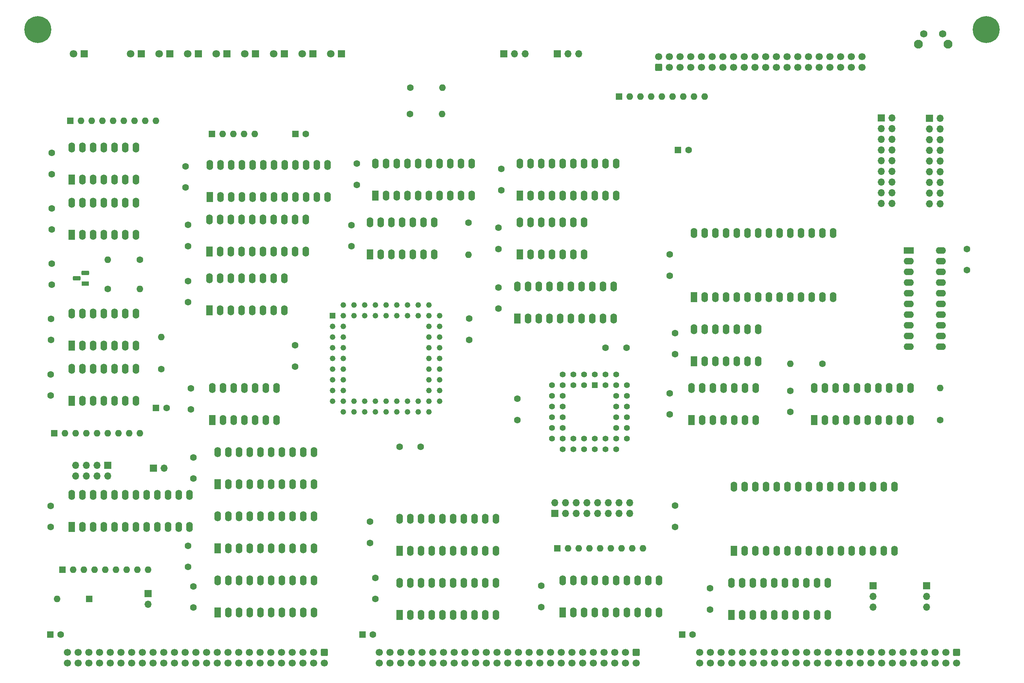
<source format=gbr>
%TF.GenerationSoftware,KiCad,Pcbnew,(6.0.11)*%
%TF.CreationDate,2024-10-27T22:59:13-05:00*%
%TF.ProjectId,processor.80C188,70726f63-6573-4736-9f72-2e3830433138,v0.7*%
%TF.SameCoordinates,Original*%
%TF.FileFunction,Soldermask,Bot*%
%TF.FilePolarity,Negative*%
%FSLAX46Y46*%
G04 Gerber Fmt 4.6, Leading zero omitted, Abs format (unit mm)*
G04 Created by KiCad (PCBNEW (6.0.11)) date 2024-10-27 22:59:13*
%MOMM*%
%LPD*%
G01*
G04 APERTURE LIST*
G04 Aperture macros list*
%AMRoundRect*
0 Rectangle with rounded corners*
0 $1 Rounding radius*
0 $2 $3 $4 $5 $6 $7 $8 $9 X,Y pos of 4 corners*
0 Add a 4 corners polygon primitive as box body*
4,1,4,$2,$3,$4,$5,$6,$7,$8,$9,$2,$3,0*
0 Add four circle primitives for the rounded corners*
1,1,$1+$1,$2,$3*
1,1,$1+$1,$4,$5*
1,1,$1+$1,$6,$7*
1,1,$1+$1,$8,$9*
0 Add four rect primitives between the rounded corners*
20,1,$1+$1,$2,$3,$4,$5,0*
20,1,$1+$1,$4,$5,$6,$7,0*
20,1,$1+$1,$6,$7,$8,$9,0*
20,1,$1+$1,$8,$9,$2,$3,0*%
G04 Aperture macros list end*
%ADD10RoundRect,0.250000X-0.600000X0.600000X-0.600000X-0.600000X0.600000X-0.600000X0.600000X0.600000X0*%
%ADD11C,1.700000*%
%ADD12C,1.600000*%
%ADD13R,1.600000X1.600000*%
%ADD14R,1.800000X1.800000*%
%ADD15C,1.800000*%
%ADD16O,1.600000X1.600000*%
%ADD17R,1.600000X2.400000*%
%ADD18O,1.600000X2.400000*%
%ADD19C,6.400000*%
%ADD20R,1.800000X1.100000*%
%ADD21RoundRect,0.275000X0.625000X-0.275000X0.625000X0.275000X-0.625000X0.275000X-0.625000X-0.275000X0*%
%ADD22RoundRect,0.250000X0.600000X-0.600000X0.600000X0.600000X-0.600000X0.600000X-0.600000X-0.600000X0*%
%ADD23R,1.422400X1.422400*%
%ADD24C,1.422400*%
%ADD25R,1.320800X1.320800*%
%ADD26C,1.320800*%
%ADD27C,2.100000*%
%ADD28C,1.750000*%
%ADD29R,1.700000X1.700000*%
%ADD30O,1.700000X1.700000*%
%ADD31R,2.400000X1.600000*%
%ADD32O,2.400000X1.600000*%
G04 APERTURE END LIST*
D10*
%TO.C,P1*%
X108000000Y-223000000D03*
D11*
X108000000Y-225540000D03*
X105460000Y-223000000D03*
X105460000Y-225540000D03*
X102920000Y-223000000D03*
X102920000Y-225540000D03*
X100380000Y-223000000D03*
X100380000Y-225540000D03*
X97840000Y-223000000D03*
X97840000Y-225540000D03*
X95300000Y-223000000D03*
X95300000Y-225540000D03*
X92760000Y-223000000D03*
X92760000Y-225540000D03*
X90220000Y-223000000D03*
X90220000Y-225540000D03*
X87680000Y-223000000D03*
X87680000Y-225540000D03*
X85140000Y-223000000D03*
X85140000Y-225540000D03*
X82600000Y-223000000D03*
X82600000Y-225540000D03*
X80060000Y-223000000D03*
X80060000Y-225540000D03*
X77520000Y-223000000D03*
X77520000Y-225540000D03*
X74980000Y-223000000D03*
X74980000Y-225540000D03*
X72440000Y-223000000D03*
X72440000Y-225540000D03*
X69900000Y-223000000D03*
X69900000Y-225540000D03*
X67360000Y-223000000D03*
X67360000Y-225540000D03*
X64820000Y-223000000D03*
X64820000Y-225540000D03*
X62280000Y-223000000D03*
X62280000Y-225540000D03*
X59740000Y-223000000D03*
X59740000Y-225540000D03*
X57200000Y-223000000D03*
X57200000Y-225540000D03*
X54660000Y-223000000D03*
X54660000Y-225540000D03*
X52120000Y-223000000D03*
X52120000Y-225540000D03*
X49580000Y-223000000D03*
X49580000Y-225540000D03*
X47040000Y-223000000D03*
X47040000Y-225540000D03*
%TD*%
D12*
%TO.C,C2*%
X142315000Y-143680000D03*
X142315000Y-148680000D03*
%TD*%
%TO.C,C3*%
X43255000Y-130605000D03*
X43255000Y-135605000D03*
%TD*%
%TO.C,C4*%
X174700000Y-150625000D03*
X179700000Y-150625000D03*
%TD*%
%TO.C,C5*%
X75640000Y-197655000D03*
X75640000Y-202655000D03*
%TD*%
%TO.C,C6*%
X43000000Y-156900000D03*
X43000000Y-161900000D03*
%TD*%
%TO.C,C8*%
X159460000Y-207180000D03*
X159460000Y-212180000D03*
%TD*%
%TO.C,C9*%
X125845000Y-174120000D03*
X130845000Y-174120000D03*
%TD*%
%TO.C,C10*%
X76910000Y-207270000D03*
X76910000Y-212270000D03*
%TD*%
%TO.C,C11*%
X43255000Y-117457500D03*
X43255000Y-122457500D03*
%TD*%
%TO.C,C14*%
X149300000Y-122090000D03*
X149300000Y-127090000D03*
%TD*%
%TO.C,C15*%
X149330000Y-136305000D03*
X149330000Y-141305000D03*
%TD*%
D13*
%TO.C,C25*%
X42929600Y-218750000D03*
D12*
X45429600Y-218750000D03*
%TD*%
D13*
%TO.C,C26*%
X68019900Y-164900000D03*
D12*
X70519900Y-164900000D03*
%TD*%
%TO.C,C17*%
X189940000Y-128440000D03*
X189940000Y-133440000D03*
%TD*%
%TO.C,C20*%
X120090000Y-205315000D03*
X120090000Y-210315000D03*
%TD*%
%TO.C,C21*%
X76910000Y-176660000D03*
X76910000Y-181660000D03*
%TD*%
%TO.C,C22*%
X75640000Y-134750000D03*
X75640000Y-139750000D03*
%TD*%
%TO.C,C23*%
X153745000Y-167730000D03*
X153745000Y-162730000D03*
%TD*%
D13*
%TO.C,C27*%
X117000000Y-218750000D03*
D12*
X119500000Y-218750000D03*
%TD*%
D13*
%TO.C,C28*%
X192884700Y-218750000D03*
D12*
X195384700Y-218750000D03*
%TD*%
D13*
%TO.C,C29*%
X191909900Y-103635000D03*
D12*
X194409900Y-103635000D03*
%TD*%
D14*
%TO.C,D4*%
X64544000Y-80775000D03*
D15*
X62004000Y-80775000D03*
%TD*%
D13*
%TO.C,D6*%
X52145000Y-210315000D03*
D16*
X44525000Y-210315000D03*
%TD*%
D14*
%TO.C,D2*%
X71326000Y-80775000D03*
D15*
X68786000Y-80775000D03*
%TD*%
D12*
%TO.C,R5*%
X69290000Y-155705000D03*
D16*
X69290000Y-148085000D03*
%TD*%
D17*
%TO.C,U4*%
X48000000Y-163200000D03*
D18*
X50540000Y-163200000D03*
X53080000Y-163200000D03*
X55620000Y-163200000D03*
X58160000Y-163200000D03*
X60700000Y-163200000D03*
X63240000Y-163200000D03*
X63240000Y-155580000D03*
X60700000Y-155580000D03*
X58160000Y-155580000D03*
X55620000Y-155580000D03*
X53080000Y-155580000D03*
X50540000Y-155580000D03*
X48000000Y-155580000D03*
%TD*%
D17*
%TO.C,U6*%
X82630000Y-198240000D03*
D18*
X85170000Y-198240000D03*
X87710000Y-198240000D03*
X90250000Y-198240000D03*
X92790000Y-198240000D03*
X95330000Y-198240000D03*
X97870000Y-198240000D03*
X100410000Y-198240000D03*
X102950000Y-198240000D03*
X105490000Y-198240000D03*
X105490000Y-190620000D03*
X102950000Y-190620000D03*
X100410000Y-190620000D03*
X97870000Y-190620000D03*
X95330000Y-190620000D03*
X92790000Y-190620000D03*
X90250000Y-190620000D03*
X87710000Y-190620000D03*
X85170000Y-190620000D03*
X82630000Y-190620000D03*
%TD*%
D17*
%TO.C,U8*%
X164540000Y-213480000D03*
D18*
X167080000Y-213480000D03*
X169620000Y-213480000D03*
X172160000Y-213480000D03*
X174700000Y-213480000D03*
X177240000Y-213480000D03*
X179780000Y-213480000D03*
X182320000Y-213480000D03*
X184860000Y-213480000D03*
X187400000Y-213480000D03*
X187400000Y-205860000D03*
X184860000Y-205860000D03*
X182320000Y-205860000D03*
X179780000Y-205860000D03*
X177240000Y-205860000D03*
X174700000Y-205860000D03*
X172160000Y-205860000D03*
X169620000Y-205860000D03*
X167080000Y-205860000D03*
X164540000Y-205860000D03*
%TD*%
D17*
%TO.C,U15*%
X48000000Y-193200000D03*
D18*
X50540000Y-193200000D03*
X53080000Y-193200000D03*
X55620000Y-193200000D03*
X58160000Y-193200000D03*
X60700000Y-193200000D03*
X63240000Y-193200000D03*
X65780000Y-193200000D03*
X68320000Y-193200000D03*
X70860000Y-193200000D03*
X73400000Y-193200000D03*
X75940000Y-193200000D03*
X75940000Y-185580000D03*
X73400000Y-185580000D03*
X70860000Y-185580000D03*
X68320000Y-185580000D03*
X65780000Y-185580000D03*
X63240000Y-185580000D03*
X60700000Y-185580000D03*
X58160000Y-185580000D03*
X55620000Y-185580000D03*
X53080000Y-185580000D03*
X50540000Y-185580000D03*
X48000000Y-185580000D03*
%TD*%
D17*
%TO.C,U1*%
X48000000Y-150052500D03*
D18*
X50540000Y-150052500D03*
X53080000Y-150052500D03*
X55620000Y-150052500D03*
X58160000Y-150052500D03*
X60700000Y-150052500D03*
X63240000Y-150052500D03*
X63240000Y-142432500D03*
X60700000Y-142432500D03*
X58160000Y-142432500D03*
X55620000Y-142432500D03*
X53080000Y-142432500D03*
X50540000Y-142432500D03*
X48000000Y-142432500D03*
%TD*%
D10*
%TO.C,P2*%
X182000000Y-223000000D03*
D11*
X182000000Y-225540000D03*
X179460000Y-223000000D03*
X179460000Y-225540000D03*
X176920000Y-223000000D03*
X176920000Y-225540000D03*
X174380000Y-223000000D03*
X174380000Y-225540000D03*
X171840000Y-223000000D03*
X171840000Y-225540000D03*
X169300000Y-223000000D03*
X169300000Y-225540000D03*
X166760000Y-223000000D03*
X166760000Y-225540000D03*
X164220000Y-223000000D03*
X164220000Y-225540000D03*
X161680000Y-223000000D03*
X161680000Y-225540000D03*
X159140000Y-223000000D03*
X159140000Y-225540000D03*
X156600000Y-223000000D03*
X156600000Y-225540000D03*
X154060000Y-223000000D03*
X154060000Y-225540000D03*
X151520000Y-223000000D03*
X151520000Y-225540000D03*
X148980000Y-223000000D03*
X148980000Y-225540000D03*
X146440000Y-223000000D03*
X146440000Y-225540000D03*
X143900000Y-223000000D03*
X143900000Y-225540000D03*
X141360000Y-223000000D03*
X141360000Y-225540000D03*
X138820000Y-223000000D03*
X138820000Y-225540000D03*
X136280000Y-223000000D03*
X136280000Y-225540000D03*
X133740000Y-223000000D03*
X133740000Y-225540000D03*
X131200000Y-223000000D03*
X131200000Y-225540000D03*
X128660000Y-223000000D03*
X128660000Y-225540000D03*
X126120000Y-223000000D03*
X126120000Y-225540000D03*
X123580000Y-223000000D03*
X123580000Y-225540000D03*
X121040000Y-223000000D03*
X121040000Y-225540000D03*
%TD*%
D19*
%TO.C,H2*%
X265000000Y-75000000D03*
%TD*%
D13*
%TO.C,RN1*%
X43875000Y-170945000D03*
D16*
X46415000Y-170945000D03*
X48955000Y-170945000D03*
X51495000Y-170945000D03*
X54035000Y-170945000D03*
X56575000Y-170945000D03*
X59115000Y-170945000D03*
X61655000Y-170945000D03*
X64195000Y-170945000D03*
%TD*%
D17*
%TO.C,U11*%
X204550000Y-214115000D03*
D18*
X207090000Y-214115000D03*
X209630000Y-214115000D03*
X212170000Y-214115000D03*
X214710000Y-214115000D03*
X217250000Y-214115000D03*
X219790000Y-214115000D03*
X222330000Y-214115000D03*
X224870000Y-214115000D03*
X227410000Y-214115000D03*
X227410000Y-206495000D03*
X224870000Y-206495000D03*
X222330000Y-206495000D03*
X219790000Y-206495000D03*
X217250000Y-206495000D03*
X214710000Y-206495000D03*
X212170000Y-206495000D03*
X209630000Y-206495000D03*
X207090000Y-206495000D03*
X204550000Y-206495000D03*
%TD*%
D12*
%TO.C,C19*%
X43000000Y-188200000D03*
X43000000Y-193200000D03*
%TD*%
%TO.C,C18*%
X43125000Y-143752500D03*
X43125000Y-148752500D03*
%TD*%
%TO.C,C12*%
X76275000Y-160230000D03*
X76275000Y-165230000D03*
%TD*%
%TO.C,C16*%
X199465000Y-207775000D03*
X199465000Y-212775000D03*
%TD*%
D17*
%TO.C,U3*%
X80725000Y-127755000D03*
D18*
X83265000Y-127755000D03*
X85805000Y-127755000D03*
X88345000Y-127755000D03*
X90885000Y-127755000D03*
X93425000Y-127755000D03*
X95965000Y-127755000D03*
X98505000Y-127755000D03*
X101045000Y-127755000D03*
X103585000Y-127755000D03*
X103585000Y-120135000D03*
X101045000Y-120135000D03*
X98505000Y-120135000D03*
X95965000Y-120135000D03*
X93425000Y-120135000D03*
X90885000Y-120135000D03*
X88345000Y-120135000D03*
X85805000Y-120135000D03*
X83265000Y-120135000D03*
X80725000Y-120135000D03*
%TD*%
D19*
%TO.C,H1*%
X40000000Y-75000000D03*
%TD*%
D14*
%TO.C,D7*%
X50980000Y-80775000D03*
D15*
X48440000Y-80775000D03*
%TD*%
D10*
%TO.C,P3*%
X258000000Y-223000000D03*
D11*
X258000000Y-225540000D03*
X255460000Y-223000000D03*
X255460000Y-225540000D03*
X252920000Y-223000000D03*
X252920000Y-225540000D03*
X250380000Y-223000000D03*
X250380000Y-225540000D03*
X247840000Y-223000000D03*
X247840000Y-225540000D03*
X245300000Y-223000000D03*
X245300000Y-225540000D03*
X242760000Y-223000000D03*
X242760000Y-225540000D03*
X240220000Y-223000000D03*
X240220000Y-225540000D03*
X237680000Y-223000000D03*
X237680000Y-225540000D03*
X235140000Y-223000000D03*
X235140000Y-225540000D03*
X232600000Y-223000000D03*
X232600000Y-225540000D03*
X230060000Y-223000000D03*
X230060000Y-225540000D03*
X227520000Y-223000000D03*
X227520000Y-225540000D03*
X224980000Y-223000000D03*
X224980000Y-225540000D03*
X222440000Y-223000000D03*
X222440000Y-225540000D03*
X219900000Y-223000000D03*
X219900000Y-225540000D03*
X217360000Y-223000000D03*
X217360000Y-225540000D03*
X214820000Y-223000000D03*
X214820000Y-225540000D03*
X212280000Y-223000000D03*
X212280000Y-225540000D03*
X209740000Y-223000000D03*
X209740000Y-225540000D03*
X207200000Y-223000000D03*
X207200000Y-225540000D03*
X204660000Y-223000000D03*
X204660000Y-225540000D03*
X202120000Y-223000000D03*
X202120000Y-225540000D03*
X199580000Y-223000000D03*
X199580000Y-225540000D03*
X197040000Y-223000000D03*
X197040000Y-225540000D03*
%TD*%
D20*
%TO.C,U13*%
X51275000Y-135385000D03*
D21*
X49205000Y-134115000D03*
X51275000Y-132845000D03*
%TD*%
D12*
%TO.C,C36*%
X149935000Y-108120000D03*
X149935000Y-113120000D03*
%TD*%
%TO.C,C38*%
X114380000Y-121455000D03*
X114380000Y-126455000D03*
%TD*%
D13*
%TO.C,C46*%
X101104900Y-99825000D03*
D12*
X103604900Y-99825000D03*
%TD*%
D17*
%TO.C,U19*%
X153750000Y-143630000D03*
D18*
X156290000Y-143630000D03*
X158830000Y-143630000D03*
X161370000Y-143630000D03*
X163910000Y-143630000D03*
X166450000Y-143630000D03*
X168990000Y-143630000D03*
X171530000Y-143630000D03*
X174070000Y-143630000D03*
X176610000Y-143630000D03*
X176610000Y-136010000D03*
X174070000Y-136010000D03*
X171530000Y-136010000D03*
X168990000Y-136010000D03*
X166450000Y-136010000D03*
X163910000Y-136010000D03*
X161370000Y-136010000D03*
X158830000Y-136010000D03*
X156290000Y-136010000D03*
X153750000Y-136010000D03*
%TD*%
D14*
%TO.C,D9*%
X84890000Y-80775000D03*
D15*
X82350000Y-80775000D03*
%TD*%
D13*
%TO.C,RN4*%
X45795000Y-203330000D03*
D16*
X48335000Y-203330000D03*
X50875000Y-203330000D03*
X53415000Y-203330000D03*
X55955000Y-203330000D03*
X58495000Y-203330000D03*
X61035000Y-203330000D03*
X63575000Y-203330000D03*
X66115000Y-203330000D03*
%TD*%
D22*
%TO.C,J11*%
X187350000Y-83917500D03*
D11*
X187350000Y-81377500D03*
X189890000Y-83917500D03*
X189890000Y-81377500D03*
X192430000Y-83917500D03*
X192430000Y-81377500D03*
X194970000Y-83917500D03*
X194970000Y-81377500D03*
X197510000Y-83917500D03*
X197510000Y-81377500D03*
X200050000Y-83917500D03*
X200050000Y-81377500D03*
X202590000Y-83917500D03*
X202590000Y-81377500D03*
X205130000Y-83917500D03*
X205130000Y-81377500D03*
X207670000Y-83917500D03*
X207670000Y-81377500D03*
X210210000Y-83917500D03*
X210210000Y-81377500D03*
X212750000Y-83917500D03*
X212750000Y-81377500D03*
X215290000Y-83917500D03*
X215290000Y-81377500D03*
X217830000Y-83917500D03*
X217830000Y-81377500D03*
X220370000Y-83917500D03*
X220370000Y-81377500D03*
X222910000Y-83917500D03*
X222910000Y-81377500D03*
X225450000Y-83917500D03*
X225450000Y-81377500D03*
X227990000Y-83917500D03*
X227990000Y-81377500D03*
X230530000Y-83917500D03*
X230530000Y-81377500D03*
X233070000Y-83917500D03*
X233070000Y-81377500D03*
X235610000Y-83917500D03*
X235610000Y-81377500D03*
%TD*%
D13*
%TO.C,RN5*%
X177875000Y-90935000D03*
D16*
X180415000Y-90935000D03*
X182955000Y-90935000D03*
X185495000Y-90935000D03*
X188035000Y-90935000D03*
X190575000Y-90935000D03*
X193115000Y-90935000D03*
X195655000Y-90935000D03*
X198195000Y-90935000D03*
%TD*%
D17*
%TO.C,U31*%
X154385000Y-114420000D03*
D18*
X156925000Y-114420000D03*
X159465000Y-114420000D03*
X162005000Y-114420000D03*
X164545000Y-114420000D03*
X167085000Y-114420000D03*
X169625000Y-114420000D03*
X172165000Y-114420000D03*
X174705000Y-114420000D03*
X177245000Y-114420000D03*
X177245000Y-106800000D03*
X174705000Y-106800000D03*
X172165000Y-106800000D03*
X169625000Y-106800000D03*
X167085000Y-106800000D03*
X164545000Y-106800000D03*
X162005000Y-106800000D03*
X159465000Y-106800000D03*
X156925000Y-106800000D03*
X154385000Y-106800000D03*
%TD*%
D17*
%TO.C,U33*%
X120095000Y-114420000D03*
D18*
X122635000Y-114420000D03*
X125175000Y-114420000D03*
X127715000Y-114420000D03*
X130255000Y-114420000D03*
X132795000Y-114420000D03*
X135335000Y-114420000D03*
X137875000Y-114420000D03*
X140415000Y-114420000D03*
X142955000Y-114420000D03*
X142955000Y-106800000D03*
X140415000Y-106800000D03*
X137875000Y-106800000D03*
X135335000Y-106800000D03*
X132795000Y-106800000D03*
X130255000Y-106800000D03*
X127715000Y-106800000D03*
X125175000Y-106800000D03*
X122635000Y-106800000D03*
X120095000Y-106800000D03*
%TD*%
D23*
%TO.C,U20*%
X172160000Y-159515000D03*
D24*
X169620000Y-156975000D03*
X169620000Y-159515000D03*
X167080000Y-156975000D03*
X167080000Y-159515000D03*
X164540000Y-156975000D03*
X162000000Y-159515000D03*
X164540000Y-159515000D03*
X162000000Y-162055000D03*
X164540000Y-162055000D03*
X162000000Y-164595000D03*
X164540000Y-164595000D03*
X162000000Y-167135000D03*
X164540000Y-167135000D03*
X162000000Y-169675000D03*
X164540000Y-169675000D03*
X162000000Y-172215000D03*
X164540000Y-174755000D03*
X164540000Y-172215000D03*
X167080000Y-174755000D03*
X167080000Y-172215000D03*
X169620000Y-174755000D03*
X169620000Y-172215000D03*
X172160000Y-174755000D03*
X172160000Y-172215000D03*
X174700000Y-174755000D03*
X174700000Y-172215000D03*
X177240000Y-174755000D03*
X179780000Y-172215000D03*
X177240000Y-172215000D03*
X179780000Y-169675000D03*
X177240000Y-169675000D03*
X179780000Y-167135000D03*
X177240000Y-167135000D03*
X179780000Y-164595000D03*
X177240000Y-164595000D03*
X179780000Y-162055000D03*
X177240000Y-162055000D03*
X179780000Y-159515000D03*
X177240000Y-156975000D03*
X177240000Y-159515000D03*
X174700000Y-156975000D03*
X174700000Y-159515000D03*
X172160000Y-156975000D03*
%TD*%
D12*
%TO.C,C37*%
X118820000Y-191940000D03*
X118820000Y-196940000D03*
%TD*%
D17*
%TO.C,U9*%
X81350000Y-167760000D03*
D18*
X83890000Y-167760000D03*
X86430000Y-167760000D03*
X88970000Y-167760000D03*
X91510000Y-167760000D03*
X94050000Y-167760000D03*
X96590000Y-167760000D03*
X96590000Y-160140000D03*
X94050000Y-160140000D03*
X91510000Y-160140000D03*
X88970000Y-160140000D03*
X86430000Y-160140000D03*
X83890000Y-160140000D03*
X81350000Y-160140000D03*
%TD*%
D17*
%TO.C,U10*%
X125810000Y-214115000D03*
D18*
X128350000Y-214115000D03*
X130890000Y-214115000D03*
X133430000Y-214115000D03*
X135970000Y-214115000D03*
X138510000Y-214115000D03*
X141050000Y-214115000D03*
X143590000Y-214115000D03*
X146130000Y-214115000D03*
X148670000Y-214115000D03*
X148670000Y-206495000D03*
X146130000Y-206495000D03*
X143590000Y-206495000D03*
X141050000Y-206495000D03*
X138510000Y-206495000D03*
X135970000Y-206495000D03*
X133430000Y-206495000D03*
X130890000Y-206495000D03*
X128350000Y-206495000D03*
X125810000Y-206495000D03*
%TD*%
D25*
%TO.C,U12*%
X109930000Y-143005000D03*
D26*
X112470000Y-143005000D03*
X109930000Y-145545000D03*
X112470000Y-145545000D03*
X109930000Y-148085000D03*
X112470000Y-148085000D03*
X109930000Y-150625000D03*
X112470000Y-150625000D03*
X109930000Y-153165000D03*
X112470000Y-153165000D03*
X109930000Y-155705000D03*
X112470000Y-155705000D03*
X109930000Y-158245000D03*
X112470000Y-158245000D03*
X109930000Y-160785000D03*
X112470000Y-160785000D03*
X109930000Y-163325000D03*
X112470000Y-165865000D03*
X112470000Y-163325000D03*
X115010000Y-165865000D03*
X115010000Y-163325000D03*
X117550000Y-165865000D03*
X117550000Y-163325000D03*
X120090000Y-165865000D03*
X120090000Y-163325000D03*
X122630000Y-165865000D03*
X122630000Y-163325000D03*
X125170000Y-165865000D03*
X125170000Y-163325000D03*
X127710000Y-165865000D03*
X127710000Y-163325000D03*
X130250000Y-165865000D03*
X130250000Y-163325000D03*
X132790000Y-165865000D03*
X135330000Y-163325000D03*
X132790000Y-163325000D03*
X135330000Y-160785000D03*
X132790000Y-160785000D03*
X135330000Y-158245000D03*
X132790000Y-158245000D03*
X135330000Y-155705000D03*
X132790000Y-155705000D03*
X135330000Y-153165000D03*
X132790000Y-153165000D03*
X135330000Y-150625000D03*
X132790000Y-150625000D03*
X135330000Y-148085000D03*
X132790000Y-148085000D03*
X135330000Y-145545000D03*
X132790000Y-145545000D03*
X135330000Y-143005000D03*
X132790000Y-140465000D03*
X132790000Y-143005000D03*
X130250000Y-140465000D03*
X130250000Y-143005000D03*
X127710000Y-140465000D03*
X127710000Y-143005000D03*
X125170000Y-140465000D03*
X125170000Y-143005000D03*
X122630000Y-140465000D03*
X122630000Y-143005000D03*
X120090000Y-140465000D03*
X120090000Y-143005000D03*
X117550000Y-140465000D03*
X117550000Y-143005000D03*
X115010000Y-140465000D03*
X115010000Y-143005000D03*
X112470000Y-140465000D03*
%TD*%
D12*
%TO.C,C30*%
X191210000Y-188130000D03*
X191210000Y-193130000D03*
%TD*%
%TO.C,C31*%
X115660000Y-106850000D03*
X115660000Y-111850000D03*
%TD*%
%TO.C,C32*%
X101040000Y-150030000D03*
X101040000Y-155030000D03*
%TD*%
%TO.C,C33*%
X75005000Y-107485000D03*
X75005000Y-112485000D03*
%TD*%
%TO.C,C34*%
X43255000Y-104310000D03*
X43255000Y-109310000D03*
%TD*%
%TO.C,C35*%
X260425000Y-132155400D03*
X260425000Y-127155400D03*
%TD*%
D17*
%TO.C,U14*%
X82630000Y-213480000D03*
D18*
X85170000Y-213480000D03*
X87710000Y-213480000D03*
X90250000Y-213480000D03*
X92790000Y-213480000D03*
X95330000Y-213480000D03*
X97870000Y-213480000D03*
X100410000Y-213480000D03*
X102950000Y-213480000D03*
X105490000Y-213480000D03*
X105490000Y-205860000D03*
X102950000Y-205860000D03*
X100410000Y-205860000D03*
X97870000Y-205860000D03*
X95330000Y-205860000D03*
X92790000Y-205860000D03*
X90250000Y-205860000D03*
X87710000Y-205860000D03*
X85170000Y-205860000D03*
X82630000Y-205860000D03*
%TD*%
D17*
%TO.C,U2*%
X118815000Y-128390000D03*
D18*
X121355000Y-128390000D03*
X123895000Y-128390000D03*
X126435000Y-128390000D03*
X128975000Y-128390000D03*
X131515000Y-128390000D03*
X134055000Y-128390000D03*
X134055000Y-120770000D03*
X131515000Y-120770000D03*
X128975000Y-120770000D03*
X126435000Y-120770000D03*
X123895000Y-120770000D03*
X121355000Y-120770000D03*
X118815000Y-120770000D03*
%TD*%
D27*
%TO.C,SW1*%
X255985000Y-78452500D03*
X248975000Y-78452500D03*
D28*
X250225000Y-75962500D03*
X254725000Y-75962500D03*
%TD*%
D12*
%TO.C,C39*%
X75640000Y-121415000D03*
X75640000Y-126415000D03*
%TD*%
D17*
%TO.C,U18*%
X195080000Y-167735000D03*
D18*
X197620000Y-167735000D03*
X200160000Y-167735000D03*
X202700000Y-167735000D03*
X205240000Y-167735000D03*
X207780000Y-167735000D03*
X210320000Y-167735000D03*
X210320000Y-160115000D03*
X207780000Y-160115000D03*
X205240000Y-160115000D03*
X202700000Y-160115000D03*
X200160000Y-160115000D03*
X197620000Y-160115000D03*
X195080000Y-160115000D03*
%TD*%
D12*
%TO.C,C13*%
X189940000Y-161420000D03*
X189940000Y-166420000D03*
%TD*%
%TO.C,C24*%
X191195000Y-147100000D03*
X191195000Y-152100000D03*
%TD*%
%TO.C,R6*%
X128268800Y-95049800D03*
D16*
X135888800Y-95049800D03*
%TD*%
D12*
%TO.C,R9*%
X64210000Y-129670000D03*
D16*
X56590000Y-129670000D03*
%TD*%
D17*
%TO.C,U22*%
X125810000Y-198875000D03*
D18*
X128350000Y-198875000D03*
X130890000Y-198875000D03*
X133430000Y-198875000D03*
X135970000Y-198875000D03*
X138510000Y-198875000D03*
X141050000Y-198875000D03*
X143590000Y-198875000D03*
X146130000Y-198875000D03*
X148670000Y-198875000D03*
X148670000Y-191255000D03*
X146130000Y-191255000D03*
X143590000Y-191255000D03*
X141050000Y-191255000D03*
X138510000Y-191255000D03*
X135970000Y-191255000D03*
X133430000Y-191255000D03*
X130890000Y-191255000D03*
X128350000Y-191255000D03*
X125810000Y-191255000D03*
%TD*%
D14*
%TO.C,D10*%
X98454000Y-80775000D03*
D15*
X95914000Y-80775000D03*
%TD*%
D29*
%TO.C,JP1*%
X67380000Y-179200000D03*
D30*
X69920000Y-179200000D03*
%TD*%
D29*
%TO.C,J7*%
X240105000Y-96015000D03*
D30*
X242645000Y-96015000D03*
X240105000Y-98555000D03*
X242645000Y-98555000D03*
X240105000Y-101095000D03*
X242645000Y-101095000D03*
X240105000Y-103635000D03*
X242645000Y-103635000D03*
X240105000Y-106175000D03*
X242645000Y-106175000D03*
X240105000Y-108715000D03*
X242645000Y-108715000D03*
X240105000Y-111255000D03*
X242645000Y-111255000D03*
X240105000Y-113795000D03*
X242645000Y-113795000D03*
X240105000Y-116335000D03*
X242645000Y-116335000D03*
%TD*%
D12*
%TO.C,R3*%
X254075000Y-167770000D03*
D16*
X254075000Y-160150000D03*
%TD*%
D29*
%TO.C,J3*%
X163285000Y-80705000D03*
D30*
X165825000Y-80705000D03*
X168365000Y-80705000D03*
%TD*%
D17*
%TO.C,U17*%
X82630000Y-183000000D03*
D18*
X85170000Y-183000000D03*
X87710000Y-183000000D03*
X90250000Y-183000000D03*
X92790000Y-183000000D03*
X95330000Y-183000000D03*
X97870000Y-183000000D03*
X100410000Y-183000000D03*
X102950000Y-183000000D03*
X105490000Y-183000000D03*
X105490000Y-175380000D03*
X102950000Y-175380000D03*
X100410000Y-175380000D03*
X97870000Y-175380000D03*
X95330000Y-175380000D03*
X92790000Y-175380000D03*
X90250000Y-175380000D03*
X87710000Y-175380000D03*
X85170000Y-175380000D03*
X82630000Y-175380000D03*
%TD*%
D29*
%TO.C,J1*%
X162635000Y-189995000D03*
D30*
X162635000Y-187455000D03*
X165175000Y-189995000D03*
X165175000Y-187455000D03*
X167715000Y-189995000D03*
X167715000Y-187455000D03*
X170255000Y-189995000D03*
X170255000Y-187455000D03*
X172795000Y-189995000D03*
X172795000Y-187455000D03*
X175335000Y-189995000D03*
X175335000Y-187455000D03*
X177875000Y-189995000D03*
X177875000Y-187455000D03*
X180415000Y-189995000D03*
X180415000Y-187455000D03*
%TD*%
D29*
%TO.C,JP4*%
X56590000Y-178565000D03*
D30*
X56590000Y-181105000D03*
X54050000Y-178565000D03*
X54050000Y-181105000D03*
X51510000Y-178565000D03*
X51510000Y-181105000D03*
X48970000Y-178565000D03*
X48970000Y-181105000D03*
%TD*%
D17*
%TO.C,U27*%
X224235000Y-167760000D03*
D18*
X226775000Y-167760000D03*
X229315000Y-167760000D03*
X231855000Y-167760000D03*
X234395000Y-167760000D03*
X236935000Y-167760000D03*
X239475000Y-167760000D03*
X242015000Y-167760000D03*
X244555000Y-167760000D03*
X247095000Y-167760000D03*
X247095000Y-160140000D03*
X244555000Y-160140000D03*
X242015000Y-160140000D03*
X239475000Y-160140000D03*
X236935000Y-160140000D03*
X234395000Y-160140000D03*
X231855000Y-160140000D03*
X229315000Y-160140000D03*
X226775000Y-160140000D03*
X224235000Y-160140000D03*
%TD*%
D14*
%TO.C,D5*%
X78108000Y-80775000D03*
D15*
X75568000Y-80775000D03*
%TD*%
D12*
%TO.C,C40*%
X218515000Y-160825000D03*
X218515000Y-165825000D03*
%TD*%
D14*
%TO.C,D8*%
X91672000Y-80775000D03*
D15*
X89132000Y-80775000D03*
%TD*%
D17*
%TO.C,U26*%
X205180000Y-198885000D03*
D18*
X207720000Y-198885000D03*
X210260000Y-198885000D03*
X212800000Y-198885000D03*
X215340000Y-198885000D03*
X217880000Y-198885000D03*
X220420000Y-198885000D03*
X222960000Y-198885000D03*
X225500000Y-198885000D03*
X228040000Y-198885000D03*
X230580000Y-198885000D03*
X233120000Y-198885000D03*
X235660000Y-198885000D03*
X238200000Y-198885000D03*
X240740000Y-198885000D03*
X243280000Y-198885000D03*
X243280000Y-183645000D03*
X240740000Y-183645000D03*
X238200000Y-183645000D03*
X235660000Y-183645000D03*
X233120000Y-183645000D03*
X230580000Y-183645000D03*
X228040000Y-183645000D03*
X225500000Y-183645000D03*
X222960000Y-183645000D03*
X220420000Y-183645000D03*
X217880000Y-183645000D03*
X215340000Y-183645000D03*
X212800000Y-183645000D03*
X210260000Y-183645000D03*
X207720000Y-183645000D03*
X205180000Y-183645000D03*
%TD*%
D29*
%TO.C,J8*%
X251535000Y-96025000D03*
D30*
X254075000Y-96025000D03*
X251535000Y-98565000D03*
X254075000Y-98565000D03*
X251535000Y-101105000D03*
X254075000Y-101105000D03*
X251535000Y-103645000D03*
X254075000Y-103645000D03*
X251535000Y-106185000D03*
X254075000Y-106185000D03*
X251535000Y-108725000D03*
X254075000Y-108725000D03*
X251535000Y-111265000D03*
X254075000Y-111265000D03*
X251535000Y-113805000D03*
X254075000Y-113805000D03*
X251535000Y-116345000D03*
X254075000Y-116345000D03*
%TD*%
D17*
%TO.C,U25*%
X80821600Y-114785600D03*
D18*
X83361600Y-114785600D03*
X85901600Y-114785600D03*
X88441600Y-114785600D03*
X90981600Y-114785600D03*
X93521600Y-114785600D03*
X96061600Y-114785600D03*
X98601600Y-114785600D03*
X101141600Y-114785600D03*
X103681600Y-114785600D03*
X106221600Y-114785600D03*
X108761600Y-114785600D03*
X108761600Y-107165600D03*
X106221600Y-107165600D03*
X103681600Y-107165600D03*
X101141600Y-107165600D03*
X98601600Y-107165600D03*
X96061600Y-107165600D03*
X93521600Y-107165600D03*
X90981600Y-107165600D03*
X88441600Y-107165600D03*
X85901600Y-107165600D03*
X83361600Y-107165600D03*
X80821600Y-107165600D03*
%TD*%
D12*
%TO.C,R7*%
X142213400Y-120907000D03*
D16*
X142213400Y-128527000D03*
%TD*%
D17*
%TO.C,U28*%
X195650000Y-153790000D03*
D18*
X198190000Y-153790000D03*
X200730000Y-153790000D03*
X203270000Y-153790000D03*
X205810000Y-153790000D03*
X208350000Y-153790000D03*
X210890000Y-153790000D03*
X210890000Y-146170000D03*
X208350000Y-146170000D03*
X205810000Y-146170000D03*
X203270000Y-146170000D03*
X200730000Y-146170000D03*
X198190000Y-146170000D03*
X195650000Y-146170000D03*
%TD*%
D29*
%TO.C,J4*%
X66115000Y-209040000D03*
D30*
X66115000Y-211580000D03*
%TD*%
D12*
%TO.C,R4*%
X128370400Y-88750600D03*
D16*
X135990400Y-88750600D03*
%TD*%
D29*
%TO.C,J13*%
X250900000Y-207155000D03*
D30*
X250900000Y-209695000D03*
X250900000Y-212235000D03*
%TD*%
D14*
%TO.C,D12*%
X112018000Y-80775000D03*
D15*
X109478000Y-80775000D03*
%TD*%
D17*
%TO.C,U23*%
X154380000Y-128400000D03*
D18*
X156920000Y-128400000D03*
X159460000Y-128400000D03*
X162000000Y-128400000D03*
X164540000Y-128400000D03*
X167080000Y-128400000D03*
X169620000Y-128400000D03*
X169620000Y-120780000D03*
X167080000Y-120780000D03*
X164540000Y-120780000D03*
X162000000Y-120780000D03*
X159460000Y-120780000D03*
X156920000Y-120780000D03*
X154380000Y-120780000D03*
%TD*%
D13*
%TO.C,RN6*%
X81335000Y-99825000D03*
D16*
X83875000Y-99825000D03*
X86415000Y-99825000D03*
X88955000Y-99825000D03*
X91495000Y-99825000D03*
%TD*%
D29*
%TO.C,J14*%
X238200000Y-207155000D03*
D30*
X238200000Y-209695000D03*
X238200000Y-212235000D03*
%TD*%
D13*
%TO.C,RN2*%
X163255000Y-198250000D03*
D16*
X165795000Y-198250000D03*
X168335000Y-198250000D03*
X170875000Y-198250000D03*
X173415000Y-198250000D03*
X175955000Y-198250000D03*
X178495000Y-198250000D03*
X181035000Y-198250000D03*
X183575000Y-198250000D03*
%TD*%
D31*
%TO.C,U7*%
X246683600Y-127460200D03*
D32*
X246683600Y-130000200D03*
X246683600Y-132540200D03*
X246683600Y-135080200D03*
X246683600Y-137620200D03*
X246683600Y-140160200D03*
X246683600Y-142700200D03*
X246683600Y-145240200D03*
X246683600Y-147780200D03*
X246683600Y-150320200D03*
X254303600Y-150320200D03*
X254303600Y-147780200D03*
X254303600Y-145240200D03*
X254303600Y-142700200D03*
X254303600Y-140160200D03*
X254303600Y-137620200D03*
X254303600Y-135080200D03*
X254303600Y-132540200D03*
X254303600Y-130000200D03*
X254303600Y-127460200D03*
%TD*%
D14*
%TO.C,D11*%
X105236000Y-80775000D03*
D15*
X102696000Y-80775000D03*
%TD*%
D12*
%TO.C,R2*%
X226135000Y-154435000D03*
D16*
X218515000Y-154435000D03*
%TD*%
D17*
%TO.C,U24*%
X80735000Y-141685000D03*
D18*
X83275000Y-141685000D03*
X85815000Y-141685000D03*
X88355000Y-141685000D03*
X90895000Y-141685000D03*
X93435000Y-141685000D03*
X95975000Y-141685000D03*
X98515000Y-141685000D03*
X98515000Y-134065000D03*
X95975000Y-134065000D03*
X93435000Y-134065000D03*
X90895000Y-134065000D03*
X88355000Y-134065000D03*
X85815000Y-134065000D03*
X83275000Y-134065000D03*
X80735000Y-134065000D03*
%TD*%
D17*
%TO.C,U5*%
X195665000Y-138565000D03*
D18*
X198205000Y-138565000D03*
X200745000Y-138565000D03*
X203285000Y-138565000D03*
X205825000Y-138565000D03*
X208365000Y-138565000D03*
X210905000Y-138565000D03*
X213445000Y-138565000D03*
X215985000Y-138565000D03*
X218525000Y-138565000D03*
X221065000Y-138565000D03*
X223605000Y-138565000D03*
X226145000Y-138565000D03*
X228685000Y-138565000D03*
X228685000Y-123325000D03*
X226145000Y-123325000D03*
X223605000Y-123325000D03*
X221065000Y-123325000D03*
X218525000Y-123325000D03*
X215985000Y-123325000D03*
X213445000Y-123325000D03*
X210905000Y-123325000D03*
X208365000Y-123325000D03*
X205825000Y-123325000D03*
X203285000Y-123325000D03*
X200745000Y-123325000D03*
X198205000Y-123325000D03*
X195665000Y-123325000D03*
%TD*%
D12*
%TO.C,R1*%
X56590000Y-136655000D03*
D16*
X64210000Y-136655000D03*
%TD*%
D13*
%TO.C,RN3*%
X47685000Y-96650000D03*
D16*
X50225000Y-96650000D03*
X52765000Y-96650000D03*
X55305000Y-96650000D03*
X57845000Y-96650000D03*
X60385000Y-96650000D03*
X62925000Y-96650000D03*
X65465000Y-96650000D03*
X68005000Y-96650000D03*
%TD*%
D17*
%TO.C,U16*%
X48000000Y-123757500D03*
D18*
X50540000Y-123757500D03*
X53080000Y-123757500D03*
X55620000Y-123757500D03*
X58160000Y-123757500D03*
X60700000Y-123757500D03*
X63240000Y-123757500D03*
X63240000Y-116137500D03*
X60700000Y-116137500D03*
X58160000Y-116137500D03*
X55620000Y-116137500D03*
X53080000Y-116137500D03*
X50540000Y-116137500D03*
X48000000Y-116137500D03*
%TD*%
D17*
%TO.C,U21*%
X48000000Y-110610000D03*
D18*
X50540000Y-110610000D03*
X53080000Y-110610000D03*
X55620000Y-110610000D03*
X58160000Y-110610000D03*
X60700000Y-110610000D03*
X63240000Y-110610000D03*
X63240000Y-102990000D03*
X60700000Y-102990000D03*
X58160000Y-102990000D03*
X55620000Y-102990000D03*
X53080000Y-102990000D03*
X50540000Y-102990000D03*
X48000000Y-102990000D03*
%TD*%
D29*
%TO.C,J2*%
X150585000Y-80705000D03*
D30*
X153125000Y-80705000D03*
X155665000Y-80705000D03*
%TD*%
M02*

</source>
